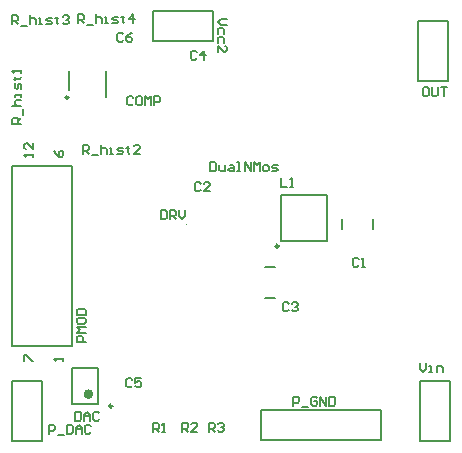
<source format=gto>
G04 Layer_Color=65535*
%FSLAX44Y44*%
%MOMM*%
G71*
G01*
G75*
%ADD37C,0.1000*%
%ADD38C,0.2500*%
%ADD39C,0.4000*%
%ADD40C,0.2000*%
%ADD41C,0.1270*%
%ADD42C,0.2032*%
D37*
X154932Y188087D02*
G03*
X154932Y188087I-500J0D01*
G01*
D38*
X92084Y34439D02*
G03*
X92084Y34439I-1250J0D01*
G01*
X232880Y169903D02*
G03*
X232880Y169903I-1250J0D01*
G01*
X54870Y295959D02*
G03*
X54870Y295959I-1250J0D01*
G01*
D39*
X73834Y44689D02*
G03*
X73834Y44689I-2000J0D01*
G01*
D40*
X312974Y184595D02*
Y192595D01*
X286974Y184595D02*
Y192595D01*
X221552Y126065D02*
X229552D01*
X221552Y152065D02*
X229552D01*
X350774Y360299D02*
X376174D01*
Y309499D02*
Y360299D01*
X350774Y309499D02*
X376174D01*
X350774D02*
Y360299D01*
X79834Y36689D02*
Y66689D01*
X57834Y36689D02*
Y66689D01*
Y36689D02*
X79834D01*
X57834Y66689D02*
X79834D01*
X7366Y85471D02*
Y237871D01*
Y85471D02*
X58166D01*
Y237871D01*
X7366D02*
X58166D01*
X126492Y343281D02*
Y368681D01*
X177292D01*
Y343281D02*
Y368681D01*
X126492Y343281D02*
X177292D01*
X7366Y55753D02*
X32766D01*
Y4953D02*
Y55753D01*
X7366Y4953D02*
X32766D01*
X7366D02*
Y55753D01*
X217678Y5969D02*
Y31369D01*
X319278D01*
X217678Y5969D02*
X319278D01*
Y31369D01*
X87120Y295959D02*
Y317959D01*
X55120Y301959D02*
Y317959D01*
X352552Y56007D02*
X377952D01*
Y5207D02*
Y56007D01*
X352552Y5207D02*
X377952D01*
X352552D02*
Y56007D01*
X234968Y173881D02*
X274048D01*
Y212961D01*
X234968D02*
X274048D01*
X234968Y173881D02*
Y212961D01*
D41*
X101471Y349248D02*
X100202Y350518D01*
X97663D01*
X96393Y349248D01*
Y344170D01*
X97663Y342900D01*
X100202D01*
X101471Y344170D01*
X109089Y350518D02*
X106550Y349248D01*
X104010Y346709D01*
Y344170D01*
X105280Y342900D01*
X107819D01*
X109089Y344170D01*
Y345439D01*
X107819Y346709D01*
X104010D01*
X108964Y56767D02*
X107695Y58036D01*
X105156D01*
X103886Y56767D01*
Y51689D01*
X105156Y50419D01*
X107695D01*
X108964Y51689D01*
X116582Y58036D02*
X111503D01*
Y54228D01*
X114043Y55497D01*
X115312D01*
X116582Y54228D01*
Y51689D01*
X115312Y50419D01*
X112773D01*
X111503Y51689D01*
X163574Y334262D02*
X162305Y335532D01*
X159766D01*
X158496Y334262D01*
Y329184D01*
X159766Y327914D01*
X162305D01*
X163574Y329184D01*
X169922Y327914D02*
Y335532D01*
X166113Y331723D01*
X171192D01*
X173990Y12827D02*
Y20445D01*
X177799D01*
X179068Y19175D01*
Y16636D01*
X177799Y15366D01*
X173990D01*
X176529D02*
X179068Y12827D01*
X181607Y19175D02*
X182877Y20445D01*
X185416D01*
X186686Y19175D01*
Y17905D01*
X185416Y16636D01*
X184147D01*
X185416D01*
X186686Y15366D01*
Y14097D01*
X185416Y12827D01*
X182877D01*
X181607Y14097D01*
X352806Y70991D02*
Y65912D01*
X355345Y63373D01*
X357884Y65912D01*
Y70991D01*
X360424Y63373D02*
X362963D01*
X361693D01*
Y68451D01*
X360424D01*
X366772Y63373D02*
Y68451D01*
X370580D01*
X371850Y67182D01*
Y63373D01*
X189100Y362585D02*
X184022D01*
X181483Y360046D01*
X184022Y357507D01*
X189100D01*
X186561Y349889D02*
Y353698D01*
X185292Y354967D01*
X182753D01*
X181483Y353698D01*
Y349889D01*
X186561Y342272D02*
Y346080D01*
X185292Y347350D01*
X182753D01*
X181483Y346080D01*
Y342272D01*
Y334654D02*
Y339732D01*
X186561Y334654D01*
X187831D01*
X189100Y335924D01*
Y338463D01*
X187831Y339732D01*
X62738Y358648D02*
Y366265D01*
X66547D01*
X67816Y364996D01*
Y362457D01*
X66547Y361187D01*
X62738D01*
X65277D02*
X67816Y358648D01*
X70356Y357378D02*
X75434D01*
X77973Y366265D02*
Y358648D01*
Y362457D01*
X79243Y363726D01*
X81782D01*
X83051Y362457D01*
Y358648D01*
X85591D02*
X88130D01*
X86860D01*
Y363726D01*
X85591D01*
X91939Y358648D02*
X95747D01*
X97017Y359918D01*
X95747Y361187D01*
X93208D01*
X91939Y362457D01*
X93208Y363726D01*
X97017D01*
X100826Y364996D02*
Y363726D01*
X99556D01*
X102095D01*
X100826D01*
Y359918D01*
X102095Y358648D01*
X109713D02*
Y366265D01*
X105904Y362457D01*
X110982D01*
X7045Y357932D02*
Y365550D01*
X10854D01*
X12124Y364280D01*
Y361741D01*
X10854Y360471D01*
X7045D01*
X9585D02*
X12124Y357932D01*
X14663Y356662D02*
X19741D01*
X22280Y365550D02*
Y357932D01*
Y361741D01*
X23550Y363010D01*
X26089D01*
X27359Y361741D01*
Y357932D01*
X29898D02*
X32437D01*
X31168D01*
Y363010D01*
X29898D01*
X36246Y357932D02*
X40055D01*
X41324Y359202D01*
X40055Y360471D01*
X37515D01*
X36246Y361741D01*
X37515Y363010D01*
X41324D01*
X45133Y364280D02*
Y363010D01*
X43863D01*
X46403D01*
X45133D01*
Y359202D01*
X46403Y357932D01*
X50211Y364280D02*
X51481Y365550D01*
X54020D01*
X55290Y364280D01*
Y363010D01*
X54020Y361741D01*
X52751D01*
X54020D01*
X55290Y360471D01*
Y359202D01*
X54020Y357932D01*
X51481D01*
X50211Y359202D01*
X67056Y248285D02*
Y255903D01*
X70865D01*
X72134Y254633D01*
Y252094D01*
X70865Y250824D01*
X67056D01*
X69595D02*
X72134Y248285D01*
X74674Y247015D02*
X79752D01*
X82291Y255903D02*
Y248285D01*
Y252094D01*
X83561Y253363D01*
X86100D01*
X87369Y252094D01*
Y248285D01*
X89909D02*
X92448D01*
X91178D01*
Y253363D01*
X89909D01*
X96257Y248285D02*
X100065D01*
X101335Y249555D01*
X100065Y250824D01*
X97526D01*
X96257Y252094D01*
X97526Y253363D01*
X101335D01*
X105144Y254633D02*
Y253363D01*
X103874D01*
X106413D01*
X105144D01*
Y249555D01*
X106413Y248285D01*
X115300D02*
X110222D01*
X115300Y253363D01*
Y254633D01*
X114031Y255903D01*
X111492D01*
X110222Y254633D01*
X14859Y273558D02*
X7242D01*
Y277367D01*
X8511Y278636D01*
X11050D01*
X12320Y277367D01*
Y273558D01*
Y276097D02*
X14859Y278636D01*
X16129Y281175D02*
Y286254D01*
X7242Y288793D02*
X14859D01*
X11050D01*
X9781Y290063D01*
Y292602D01*
X11050Y293871D01*
X14859D01*
Y296411D02*
Y298950D01*
Y297680D01*
X9781D01*
Y296411D01*
X14859Y302759D02*
Y306567D01*
X13589Y307837D01*
X12320Y306567D01*
Y304028D01*
X11050Y302759D01*
X9781Y304028D01*
Y307837D01*
X8511Y311646D02*
X9781D01*
Y310376D01*
Y312915D01*
Y311646D01*
X13589D01*
X14859Y312915D01*
Y316724D02*
Y319263D01*
Y317994D01*
X7242D01*
X8511Y316724D01*
X151384Y12827D02*
Y20445D01*
X155193D01*
X156462Y19175D01*
Y16636D01*
X155193Y15366D01*
X151384D01*
X153923D02*
X156462Y12827D01*
X164080D02*
X159002D01*
X164080Y17905D01*
Y19175D01*
X162810Y20445D01*
X160271D01*
X159002Y19175D01*
X127000Y12573D02*
Y20190D01*
X130809D01*
X132078Y18921D01*
Y16382D01*
X130809Y15112D01*
X127000D01*
X129539D02*
X132078Y12573D01*
X134618D02*
X137157D01*
X135887D01*
Y20190D01*
X134618Y18921D01*
X69596Y89027D02*
X61979D01*
Y92836D01*
X63248Y94105D01*
X65787D01*
X67057Y92836D01*
Y89027D01*
X69596Y96644D02*
X61979D01*
X64518Y99184D01*
X61979Y101723D01*
X69596D01*
X61979Y108071D02*
Y105532D01*
X63248Y104262D01*
X68326D01*
X69596Y105532D01*
Y108071D01*
X68326Y109340D01*
X63248D01*
X61979Y108071D01*
Y111880D02*
X69596D01*
Y115688D01*
X68326Y116958D01*
X63248D01*
X61979Y115688D01*
Y111880D01*
X245364Y34925D02*
Y42543D01*
X249173D01*
X250442Y41273D01*
Y38734D01*
X249173Y37464D01*
X245364D01*
X252981Y33655D02*
X258060D01*
X265677Y41273D02*
X264408Y42543D01*
X261869D01*
X260599Y41273D01*
Y36195D01*
X261869Y34925D01*
X264408D01*
X265677Y36195D01*
Y38734D01*
X263138D01*
X268217Y34925D02*
Y42543D01*
X273295Y34925D01*
Y42543D01*
X275834D02*
Y34925D01*
X279643D01*
X280912Y36195D01*
Y41273D01*
X279643Y42543D01*
X275834D01*
X38354Y10922D02*
Y18540D01*
X42163D01*
X43432Y17270D01*
Y14731D01*
X42163Y13461D01*
X38354D01*
X45971Y9652D02*
X51050D01*
X53589Y18540D02*
Y10922D01*
X57398D01*
X58667Y12192D01*
Y17270D01*
X57398Y18540D01*
X53589D01*
X61207Y10922D02*
Y16000D01*
X63746Y18540D01*
X66285Y16000D01*
Y10922D01*
Y14731D01*
X61207D01*
X73903Y17270D02*
X72633Y18540D01*
X70094D01*
X68824Y17270D01*
Y12192D01*
X70094Y10922D01*
X72633D01*
X73903Y12192D01*
X358647Y304417D02*
X356108D01*
X354838Y303147D01*
Y298069D01*
X356108Y296799D01*
X358647D01*
X359916Y298069D01*
Y303147D01*
X358647Y304417D01*
X362455D02*
Y298069D01*
X363725Y296799D01*
X366264D01*
X367534Y298069D01*
Y304417D01*
X370073D02*
X375151D01*
X372612D01*
Y296799D01*
X235204Y227962D02*
Y220345D01*
X240282D01*
X242822D02*
X245361D01*
X244091D01*
Y227962D01*
X242822Y226693D01*
X175006Y241171D02*
Y233553D01*
X178815D01*
X180084Y234823D01*
Y239901D01*
X178815Y241171D01*
X175006D01*
X182624Y238631D02*
Y234823D01*
X183893Y233553D01*
X187702D01*
Y238631D01*
X191511D02*
X194050D01*
X195319Y237362D01*
Y233553D01*
X191511D01*
X190241Y234823D01*
X191511Y236092D01*
X195319D01*
X197859Y233553D02*
X200398D01*
X199128D01*
Y241171D01*
X197859D01*
X204207Y233553D02*
Y241171D01*
X209285Y233553D01*
Y241171D01*
X211824Y233553D02*
Y241171D01*
X214363Y238631D01*
X216902Y241171D01*
Y233553D01*
X220711D02*
X223250D01*
X224520Y234823D01*
Y237362D01*
X223250Y238631D01*
X220711D01*
X219442Y237362D01*
Y234823D01*
X220711Y233553D01*
X227059D02*
X230868D01*
X232138Y234823D01*
X230868Y236092D01*
X228329D01*
X227059Y237362D01*
X228329Y238631D01*
X232138D01*
X133096Y200530D02*
Y192913D01*
X136905D01*
X138174Y194183D01*
Y199261D01*
X136905Y200530D01*
X133096D01*
X140714Y192913D02*
Y200530D01*
X144522D01*
X145792Y199261D01*
Y196722D01*
X144522Y195452D01*
X140714D01*
X143253D02*
X145792Y192913D01*
X148331Y200530D02*
Y195452D01*
X150870Y192913D01*
X153409Y195452D01*
Y200530D01*
X60960Y29843D02*
Y22225D01*
X64769D01*
X66038Y23495D01*
Y28573D01*
X64769Y29843D01*
X60960D01*
X68577Y22225D02*
Y27303D01*
X71117Y29843D01*
X73656Y27303D01*
Y22225D01*
Y26034D01*
X68577D01*
X81273Y28573D02*
X80004Y29843D01*
X77465D01*
X76195Y28573D01*
Y23495D01*
X77465Y22225D01*
X80004D01*
X81273Y23495D01*
X109726Y295527D02*
X108457Y296796D01*
X105918D01*
X104648Y295527D01*
Y290449D01*
X105918Y289179D01*
X108457D01*
X109726Y290449D01*
X116074Y296796D02*
X113535D01*
X112266Y295527D01*
Y290449D01*
X113535Y289179D01*
X116074D01*
X117344Y290449D01*
Y295527D01*
X116074Y296796D01*
X119883Y289179D02*
Y296796D01*
X122422Y294257D01*
X124961Y296796D01*
Y289179D01*
X127501D02*
Y296796D01*
X131309D01*
X132579Y295527D01*
Y292988D01*
X131309Y291718D01*
X127501D01*
X241679Y121029D02*
X240410Y122298D01*
X237871D01*
X236601Y121029D01*
Y115951D01*
X237871Y114681D01*
X240410D01*
X241679Y115951D01*
X244219Y121029D02*
X245488Y122298D01*
X248027D01*
X249297Y121029D01*
Y119759D01*
X248027Y118490D01*
X246758D01*
X248027D01*
X249297Y117220D01*
Y115951D01*
X248027Y114681D01*
X245488D01*
X244219Y115951D01*
X167130Y222629D02*
X165861Y223899D01*
X163322D01*
X162052Y222629D01*
Y217551D01*
X163322Y216281D01*
X165861D01*
X167130Y217551D01*
X174748Y216281D02*
X169669D01*
X174748Y221359D01*
Y222629D01*
X173478Y223899D01*
X170939D01*
X169669Y222629D01*
X300988Y158748D02*
X299719Y160018D01*
X297180D01*
X295910Y158748D01*
Y153670D01*
X297180Y152400D01*
X299719D01*
X300988Y153670D01*
X303528Y152400D02*
X306067D01*
X304797D01*
Y160018D01*
X303528Y158748D01*
D42*
X17529Y72771D02*
Y77849D01*
X18798D01*
X23876Y72771D01*
X25146D01*
X50546D02*
Y75310D01*
Y74041D01*
X42929D01*
X44198Y72771D01*
X42929Y250569D02*
X44198Y248030D01*
X46737Y245491D01*
X49276D01*
X50546Y246761D01*
Y249300D01*
X49276Y250569D01*
X48007D01*
X46737Y249300D01*
Y245491D01*
X25146D02*
Y248030D01*
Y246761D01*
X17529D01*
X18798Y245491D01*
X25146Y256917D02*
Y251839D01*
X20068Y256917D01*
X18798D01*
X17529Y255648D01*
Y253109D01*
X18798Y251839D01*
M02*

</source>
